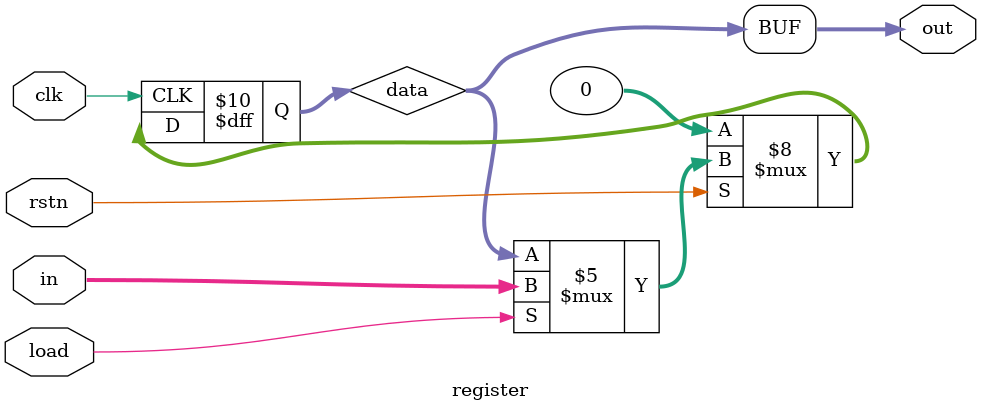
<source format=sv>
/*
 * Register
 *
 * Register type that is used for IR and PC.
 *
 * 20210612
 */

module register (
  clk,
  rstn,
  in,
  out,
  load
);

  parameter WIDTH=32;
  parameter INIT=0;

  input wire clk;
  input wire rstn;
  input wire [WIDTH-1:0] in;
  input wire load;

  output wire [WIDTH-1:0] out;

  reg [WIDTH-1:0] data;

  assign out = data;

  initial begin
    data = 0;
  end

  always @ (posedge clk) begin
    if (!rstn) begin
      data <= INIT;
    end
    else if (load) begin
      data <= in;
    end
    else begin
      data <= data;
    end
  end
endmodule : register

</source>
